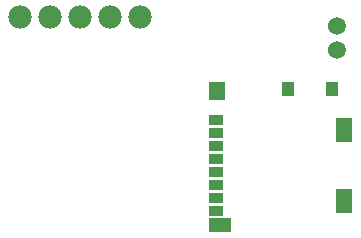
<source format=gbr>
G04 EAGLE Gerber RS-274X export*
G75*
%MOMM*%
%FSLAX34Y34*%
%LPD*%
%INSoldermask Bottom*%
%IPPOS*%
%AMOC8*
5,1,8,0,0,1.08239X$1,22.5*%
G01*
%ADD10C,1.522400*%
%ADD11R,1.450000X2.000000*%
%ADD12R,1.100000X1.300000*%
%ADD13R,1.450000X1.650000*%
%ADD14R,1.200000X0.950000*%
%ADD15R,1.200000X0.850000*%
%ADD16R,1.900000X1.270000*%
%ADD17C,1.979600*%


D10*
X283592Y177100D03*
X283592Y157100D03*
D11*
X289430Y29120D03*
X289440Y88820D03*
D12*
X279650Y123910D03*
X242450Y123890D03*
D13*
X182350Y122040D03*
D14*
X181100Y97450D03*
D15*
X181100Y20950D03*
D16*
X184600Y8850D03*
D14*
X181100Y31450D03*
X181100Y42450D03*
X181100Y53450D03*
X181100Y64450D03*
X181100Y75450D03*
X181100Y86450D03*
D17*
X15748Y184404D03*
X41148Y184404D03*
X66548Y184404D03*
X91948Y184404D03*
X117348Y184404D03*
M02*

</source>
